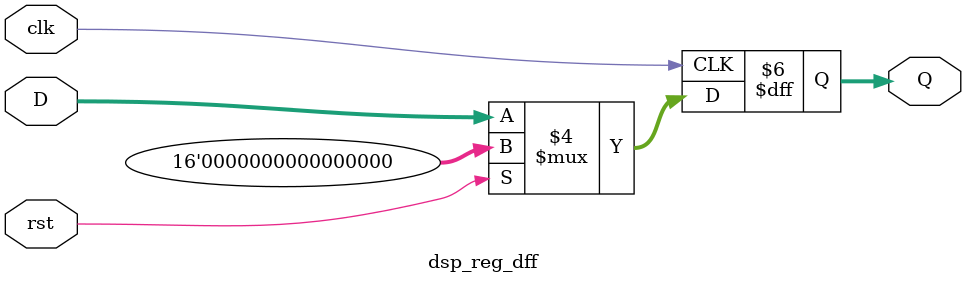
<source format=v>
/*


    Run loop of:

        T1 <= (coeff * T1) + (data[n] + T2)
        T2 <= T1
        n  <= n + 1

    Assume data should be ready on every rising clock
    BRAM is negedge sensitive
*/



module goertzel_core
#(
    parameter D_W = 16,
    parameter SHAMT = 14,
    parameter BYTE_W = 8,
    parameter SAMPLE_W = 8,
    parameter NUM_SAMPLES = 512,
    parameter NUM_SAMPLES_BITS = 9
)
(
    input dsp_clk,
    input [(SAMPLE_W - 1):0]sample_data,
    input [(D_W - 1):0]coeff,
    
    input start,

    output reg [(NUM_SAMPLES_BITS - 1):0]sample_address,
    output reg [(D_W - 1):0]T1_OUT,
    output reg [(D_W - 1):0]T2_OUT,

    // Data is valid while done is high
    output reg done
);
    localparam IS_DONE      = 1'b1;
    localparam NOT_DONE     = 1'b0;

    localparam IDLE         = 3'h0;
    localparam RESET_ALL    = 3'h1;
    localparam RESET_STALL_0= 3'h2;
    localparam RESET_STALL_1= 3'h3;
    localparam RUN_CVT      = 3'h4;
    localparam CLEANUP      = 3'h5;
    localparam SET_DONE     = 3'h6;

    reg [2:0]oa_state;
    reg internal_reset;

    reg signed [(D_W - 1):0]data_buffer;

    reg signed [(D_W - 1):0]coeff_buffer;
    wire signed [(D_W - 1):0]T1, T2, MUL_RES;
    wire signed [(D_W - 1):o]T1_RES, T2_RES;

    assign T1_RES = MUL_RES + T2_RES;
    assign T2_RES = data_buffer - T2;

    dsp_16x16_fix14_16_signed_mul MUL0
    (
        .sys_clk(dsp_clk),
        .dsp_CE(1'b1),
        .dsp_A(coeff_buffer),
        .dsp_B(T1),
        .fix_14_16_Out(MUL_RES)
    );

    dsp_reg_dff T1_REG
    (
        .clk(dsp_clk),
        .rst(internal_reset),
        .D(T1_RES),
        .Q(T1)
    );

    dsp_reg_dff T2_REG
    (
        .clk(dsp_clk),
        .rst(internal_reset),
        .D(T1),
        .Q(T2)
    );


    initial begin
        sample_address = {NUM_SAMPLES_BITS{1'b0}};
        T1_REG = {D_W{1'b0}};
        T2_REG = {D_W{1'b0}};

        data_buffer = {D_W{1'b0}};

        internal_reset = 1'b0;

        done = NOT_DONE;
    end


    always @ (posedge dsp_clk) begin

        case (oa_state)
            IDLE: begin
                if(start) begin
                    oa_state <= RESET_ALL;
                    coeff_buffer <= coeff;
                end
            end
            
            RESET_ALL: begin
                sample_address <= {NUM_SAMPLES_BITS{1'b0}};
                internal_reset <= 1'b1;
                oa_state <= RESET_STALL_0;
            end
            
            // Allow some time for everything to zero out
            RESET_STALL_0:  oa_state <= RESET_STALL_1;
            RESET_STALL_1:  begin
                oa_state <= RUN_CVT;
                data_buffer <= data;
                sample_address <= sample_address + 1;
            end

            RUN_CVT: begin
                if(|sample_address) begin
                    data_buffer <= data;
                    sample_address <= sample_address + 1;
                end
                else oa_state <= CLEANUP;
            end
            
            CLEANUP: begin
                T1_OUT <= T1;
                T2_OUT <= T2;
                oa_state <= SET_DONE;
            end
            
            SET_DONE: begin
                done <= IS_DONE;
                oa_state <= IDLE;
            end
        endcase
    end
endmodule





module dsp_reg_dff
#(
    parameter D_W = 16
)
(
    input clk,
    input rst,
    input [(D_W - 1):0]D,
    output reg [(D_W - 1):0]Q
);


    initial begin
        Q = {D_W{1'b0}};
    end

    always @ (posedge clk) begin
        if(rst) Q <= {D_W{1'b0}};
        else Q <= D;
    end

endmodule
</source>
